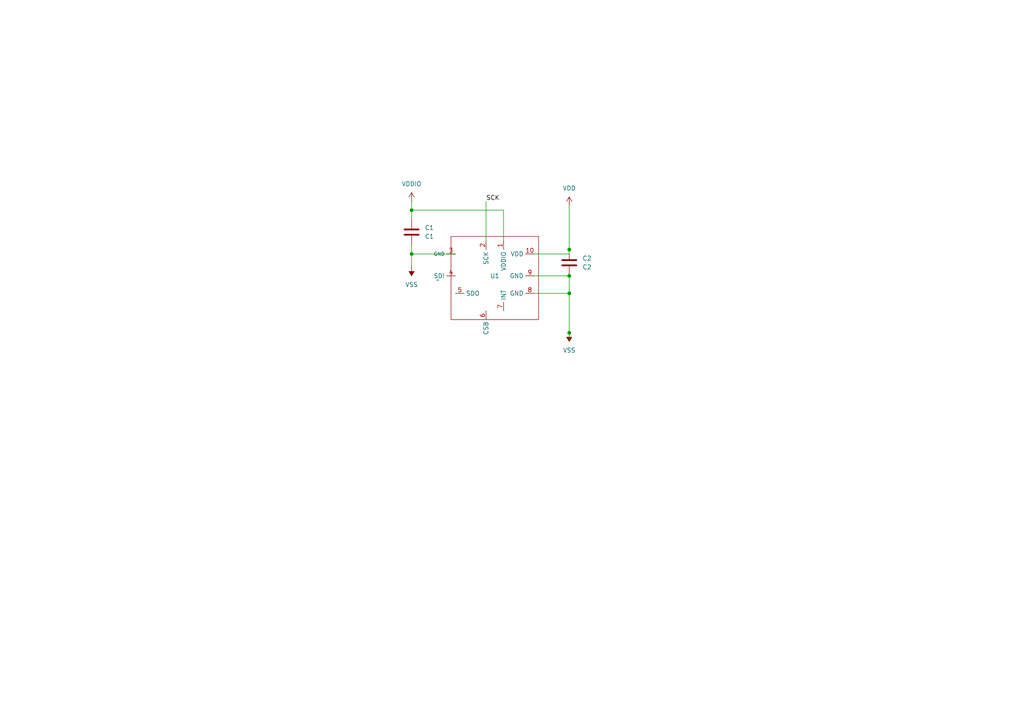
<source format=kicad_sch>
(kicad_sch
	(version 20250114)
	(generator "eeschema")
	(generator_version "9.0")
	(uuid "eb3f92a4-5afa-444f-b503-02e8b3f56bb1")
	(paper "A4")
	(title_block
		(title "BMP 390 Barometric Altimeter")
		(date "2025-11-05")
		(company "Liquid Rocketry at Illinois Airframe Avionics")
		(comment 1 "Designed by: Anthony J. Rodriguez (AE Student)")
	)
	(lib_symbols
		(symbol "BMP390_project:BMP390"
			(exclude_from_sim no)
			(in_bom yes)
			(on_board yes)
			(property "Reference" "U"
				(at 0 0 0)
				(effects
					(font
						(size 1.27 1.27)
					)
				)
			)
			(property "Value" ""
				(at 0 0 0)
				(effects
					(font
						(size 1.27 1.27)
					)
				)
			)
			(property "Footprint" ""
				(at 0 0 0)
				(effects
					(font
						(size 1.27 1.27)
					)
					(hide yes)
				)
			)
			(property "Datasheet" ""
				(at 0 0 0)
				(effects
					(font
						(size 1.27 1.27)
					)
					(hide yes)
				)
			)
			(property "Description" ""
				(at 0 0 0)
				(effects
					(font
						(size 1.27 1.27)
					)
					(hide yes)
				)
			)
			(symbol "BMP390_0_1"
				(rectangle
					(start 12.7 -12.7)
					(end -12.7 11.43)
					(stroke
						(width 0)
						(type default)
					)
					(fill
						(type none)
					)
				)
			)
			(symbol "BMP390_1_1"
				(pin power_in line
					(at -11.43 6.35 180)
					(length 2.54)
					(name "GND"
						(effects
							(font
								(size 1.016 1.016)
							)
						)
					)
					(number "3"
						(effects
							(font
								(size 1.27 1.27)
							)
						)
					)
				)
				(pin input line
					(at -11.43 0 180)
					(length 2.54)
					(name "SDI"
						(effects
							(font
								(size 1.27 1.27)
							)
						)
					)
					(number "4"
						(effects
							(font
								(size 1.27 1.27)
							)
						)
					)
				)
				(pin output line
					(at -11.43 -5.08 0)
					(length 2.54)
					(name "SDO"
						(effects
							(font
								(size 1.27 1.27)
							)
						)
					)
					(number "5"
						(effects
							(font
								(size 1.27 1.27)
							)
						)
					)
				)
				(pin input line
					(at -2.54 10.16 270)
					(length 2.54)
					(name "SCK"
						(effects
							(font
								(size 1.27 1.27)
							)
						)
					)
					(number "2"
						(effects
							(font
								(size 1.27 1.27)
							)
						)
					)
				)
				(pin input line
					(at -2.54 -10.16 270)
					(length 2.54)
					(name "CSB"
						(effects
							(font
								(size 1.27 1.27)
							)
						)
					)
					(number "6"
						(effects
							(font
								(size 1.27 1.27)
							)
						)
					)
				)
				(pin input line
					(at 2.54 10.16 270)
					(length 2.54)
					(name "VDDIO"
						(effects
							(font
								(size 1.27 1.27)
							)
						)
					)
					(number "1"
						(effects
							(font
								(size 1.27 1.27)
							)
						)
					)
				)
				(pin output line
					(at 2.54 -10.16 90)
					(length 2.54)
					(name "INT"
						(effects
							(font
								(size 1.27 1.27)
							)
						)
					)
					(number "7"
						(effects
							(font
								(size 1.27 1.27)
							)
						)
					)
				)
				(pin power_in line
					(at 11.43 6.35 180)
					(length 2.54)
					(name "VDD"
						(effects
							(font
								(size 1.27 1.27)
							)
						)
					)
					(number "10"
						(effects
							(font
								(size 1.27 1.27)
							)
						)
					)
				)
				(pin power_in line
					(at 11.43 0 180)
					(length 2.54)
					(name "GND"
						(effects
							(font
								(size 1.27 1.27)
							)
						)
					)
					(number "9"
						(effects
							(font
								(size 1.27 1.27)
							)
						)
					)
				)
				(pin power_in line
					(at 11.43 -5.08 180)
					(length 2.54)
					(name "GND"
						(effects
							(font
								(size 1.27 1.27)
							)
						)
					)
					(number "8"
						(effects
							(font
								(size 1.27 1.27)
							)
						)
					)
				)
			)
			(embedded_fonts no)
		)
		(symbol "BMP390_project:VDDIO"
			(power)
			(pin_numbers
				(hide yes)
			)
			(pin_names
				(offset 0)
				(hide yes)
			)
			(exclude_from_sim no)
			(in_bom yes)
			(on_board yes)
			(property "Reference" "#PWR"
				(at 0 -3.81 0)
				(effects
					(font
						(size 1.27 1.27)
					)
					(hide yes)
				)
			)
			(property "Value" "VDDIO"
				(at 0 3.556 0)
				(effects
					(font
						(size 1.27 1.27)
					)
				)
			)
			(property "Footprint" ""
				(at 0 0 0)
				(effects
					(font
						(size 1.27 1.27)
					)
					(hide yes)
				)
			)
			(property "Datasheet" ""
				(at 0 0 0)
				(effects
					(font
						(size 1.27 1.27)
					)
					(hide yes)
				)
			)
			(property "Description" "Power symbol creates a global label with name \"+3.3V\""
				(at 0 0 0)
				(effects
					(font
						(size 1.27 1.27)
					)
					(hide yes)
				)
			)
			(property "ki_keywords" "global power"
				(at 0 0 0)
				(effects
					(font
						(size 1.27 1.27)
					)
					(hide yes)
				)
			)
			(symbol "VDDIO_0_1"
				(polyline
					(pts
						(xy -0.762 1.27) (xy 0 2.54)
					)
					(stroke
						(width 0)
						(type default)
					)
					(fill
						(type none)
					)
				)
				(polyline
					(pts
						(xy 0 2.54) (xy 0.762 1.27)
					)
					(stroke
						(width 0)
						(type default)
					)
					(fill
						(type none)
					)
				)
				(polyline
					(pts
						(xy 0 0) (xy 0 2.54)
					)
					(stroke
						(width 0)
						(type default)
					)
					(fill
						(type none)
					)
				)
			)
			(symbol "VDDIO_1_1"
				(pin power_in line
					(at 0 0 90)
					(length 0)
					(name "~"
						(effects
							(font
								(size 1.27 1.27)
							)
						)
					)
					(number "1"
						(effects
							(font
								(size 1.27 1.27)
							)
						)
					)
				)
			)
			(embedded_fonts no)
		)
		(symbol "Device:C"
			(pin_numbers
				(hide yes)
			)
			(pin_names
				(offset 0.254)
			)
			(exclude_from_sim no)
			(in_bom yes)
			(on_board yes)
			(property "Reference" "C"
				(at 0.635 2.54 0)
				(effects
					(font
						(size 1.27 1.27)
					)
					(justify left)
				)
			)
			(property "Value" "C"
				(at 0.635 -2.54 0)
				(effects
					(font
						(size 1.27 1.27)
					)
					(justify left)
				)
			)
			(property "Footprint" ""
				(at 0.9652 -3.81 0)
				(effects
					(font
						(size 1.27 1.27)
					)
					(hide yes)
				)
			)
			(property "Datasheet" "~"
				(at 0 0 0)
				(effects
					(font
						(size 1.27 1.27)
					)
					(hide yes)
				)
			)
			(property "Description" "Unpolarized capacitor"
				(at 0 0 0)
				(effects
					(font
						(size 1.27 1.27)
					)
					(hide yes)
				)
			)
			(property "ki_keywords" "cap capacitor"
				(at 0 0 0)
				(effects
					(font
						(size 1.27 1.27)
					)
					(hide yes)
				)
			)
			(property "ki_fp_filters" "C_*"
				(at 0 0 0)
				(effects
					(font
						(size 1.27 1.27)
					)
					(hide yes)
				)
			)
			(symbol "C_0_1"
				(polyline
					(pts
						(xy -2.032 0.762) (xy 2.032 0.762)
					)
					(stroke
						(width 0.508)
						(type default)
					)
					(fill
						(type none)
					)
				)
				(polyline
					(pts
						(xy -2.032 -0.762) (xy 2.032 -0.762)
					)
					(stroke
						(width 0.508)
						(type default)
					)
					(fill
						(type none)
					)
				)
			)
			(symbol "C_1_1"
				(pin passive line
					(at 0 3.81 270)
					(length 2.794)
					(name "~"
						(effects
							(font
								(size 1.27 1.27)
							)
						)
					)
					(number "1"
						(effects
							(font
								(size 1.27 1.27)
							)
						)
					)
				)
				(pin passive line
					(at 0 -3.81 90)
					(length 2.794)
					(name "~"
						(effects
							(font
								(size 1.27 1.27)
							)
						)
					)
					(number "2"
						(effects
							(font
								(size 1.27 1.27)
							)
						)
					)
				)
			)
			(embedded_fonts no)
		)
		(symbol "power:VDD"
			(power)
			(pin_numbers
				(hide yes)
			)
			(pin_names
				(offset 0)
				(hide yes)
			)
			(exclude_from_sim no)
			(in_bom yes)
			(on_board yes)
			(property "Reference" "#PWR"
				(at 0 -3.81 0)
				(effects
					(font
						(size 1.27 1.27)
					)
					(hide yes)
				)
			)
			(property "Value" "VDD"
				(at 0 3.556 0)
				(effects
					(font
						(size 1.27 1.27)
					)
				)
			)
			(property "Footprint" ""
				(at 0 0 0)
				(effects
					(font
						(size 1.27 1.27)
					)
					(hide yes)
				)
			)
			(property "Datasheet" ""
				(at 0 0 0)
				(effects
					(font
						(size 1.27 1.27)
					)
					(hide yes)
				)
			)
			(property "Description" "Power symbol creates a global label with name \"VDD\""
				(at 0 0 0)
				(effects
					(font
						(size 1.27 1.27)
					)
					(hide yes)
				)
			)
			(property "ki_keywords" "global power"
				(at 0 0 0)
				(effects
					(font
						(size 1.27 1.27)
					)
					(hide yes)
				)
			)
			(symbol "VDD_0_1"
				(polyline
					(pts
						(xy -0.762 1.27) (xy 0 2.54)
					)
					(stroke
						(width 0)
						(type default)
					)
					(fill
						(type none)
					)
				)
				(polyline
					(pts
						(xy 0 2.54) (xy 0.762 1.27)
					)
					(stroke
						(width 0)
						(type default)
					)
					(fill
						(type none)
					)
				)
				(polyline
					(pts
						(xy 0 0) (xy 0 2.54)
					)
					(stroke
						(width 0)
						(type default)
					)
					(fill
						(type none)
					)
				)
			)
			(symbol "VDD_1_1"
				(pin power_in line
					(at 0 0 90)
					(length 0)
					(name "~"
						(effects
							(font
								(size 1.27 1.27)
							)
						)
					)
					(number "1"
						(effects
							(font
								(size 1.27 1.27)
							)
						)
					)
				)
			)
			(embedded_fonts no)
		)
		(symbol "power:VSS"
			(power)
			(pin_numbers
				(hide yes)
			)
			(pin_names
				(offset 0)
				(hide yes)
			)
			(exclude_from_sim no)
			(in_bom yes)
			(on_board yes)
			(property "Reference" "#PWR"
				(at 0 -3.81 0)
				(effects
					(font
						(size 1.27 1.27)
					)
					(hide yes)
				)
			)
			(property "Value" "VSS"
				(at 0 3.556 0)
				(effects
					(font
						(size 1.27 1.27)
					)
				)
			)
			(property "Footprint" ""
				(at 0 0 0)
				(effects
					(font
						(size 1.27 1.27)
					)
					(hide yes)
				)
			)
			(property "Datasheet" ""
				(at 0 0 0)
				(effects
					(font
						(size 1.27 1.27)
					)
					(hide yes)
				)
			)
			(property "Description" "Power symbol creates a global label with name \"VSS\""
				(at 0 0 0)
				(effects
					(font
						(size 1.27 1.27)
					)
					(hide yes)
				)
			)
			(property "ki_keywords" "global power"
				(at 0 0 0)
				(effects
					(font
						(size 1.27 1.27)
					)
					(hide yes)
				)
			)
			(symbol "VSS_0_1"
				(polyline
					(pts
						(xy 0 0) (xy 0 2.54)
					)
					(stroke
						(width 0)
						(type default)
					)
					(fill
						(type none)
					)
				)
				(polyline
					(pts
						(xy 0.762 1.27) (xy -0.762 1.27) (xy 0 2.54) (xy 0.762 1.27)
					)
					(stroke
						(width 0)
						(type default)
					)
					(fill
						(type outline)
					)
				)
			)
			(symbol "VSS_1_1"
				(pin power_in line
					(at 0 0 90)
					(length 0)
					(name "~"
						(effects
							(font
								(size 1.27 1.27)
							)
						)
					)
					(number "1"
						(effects
							(font
								(size 1.27 1.27)
							)
						)
					)
				)
			)
			(embedded_fonts no)
		)
	)
	(junction
		(at 165.1 72.39)
		(diameter 0)
		(color 0 0 0 0)
		(uuid "0cce929a-8bfa-4c84-9347-22eac3167f30")
	)
	(junction
		(at 165.1 80.01)
		(diameter 0)
		(color 0 0 0 0)
		(uuid "5d8958c4-d787-44e5-99f0-bce87eccf5f7")
	)
	(junction
		(at 119.38 60.96)
		(diameter 0)
		(color 0 0 0 0)
		(uuid "6fc77925-e0cb-41e9-8c14-6fde3b4d995c")
	)
	(junction
		(at 165.1 85.09)
		(diameter 0)
		(color 0 0 0 0)
		(uuid "710a0a3a-2dac-4e6d-91d2-0d84a7687378")
	)
	(junction
		(at 119.38 73.66)
		(diameter 0)
		(color 0 0 0 0)
		(uuid "daa4402b-0c63-431d-8553-8ea330235997")
	)
	(junction
		(at 165.1 96.52)
		(diameter 0)
		(color 0 0 0 0)
		(uuid "ec320a93-b28d-4336-a1f7-0945335d7dad")
	)
	(wire
		(pts
			(xy 165.1 85.09) (xy 165.1 96.52)
		)
		(stroke
			(width 0)
			(type default)
		)
		(uuid "02e3420f-6844-4b10-ae76-326a59da65c9")
	)
	(wire
		(pts
			(xy 154.94 80.01) (xy 165.1 80.01)
		)
		(stroke
			(width 0)
			(type default)
		)
		(uuid "0e1c303d-673d-4c25-8afa-e91fe26f3e77")
	)
	(wire
		(pts
			(xy 140.97 58.42) (xy 140.97 69.85)
		)
		(stroke
			(width 0)
			(type default)
		)
		(uuid "27f79544-0b62-4e9e-b297-d036402055e1")
	)
	(wire
		(pts
			(xy 119.38 73.66) (xy 119.38 77.47)
		)
		(stroke
			(width 0)
			(type default)
		)
		(uuid "31e00990-9fe1-44d3-bc92-df73df2b4561")
	)
	(wire
		(pts
			(xy 165.1 80.01) (xy 165.1 85.09)
		)
		(stroke
			(width 0)
			(type default)
		)
		(uuid "3dcb1e91-df7e-46f4-9f6f-a6f731493c60")
	)
	(wire
		(pts
			(xy 165.1 96.52) (xy 165.1 99.06)
		)
		(stroke
			(width 0)
			(type default)
		)
		(uuid "674172ed-0bd8-4102-a434-27d86842bcb6")
	)
	(wire
		(pts
			(xy 119.38 73.66) (xy 119.38 71.12)
		)
		(stroke
			(width 0)
			(type default)
		)
		(uuid "68299d24-0464-4870-a5f2-5c60134ee4b8")
	)
	(wire
		(pts
			(xy 154.94 73.66) (xy 165.1 73.66)
		)
		(stroke
			(width 0)
			(type default)
		)
		(uuid "6ee61393-3594-492f-8d0d-444e2df0eac8")
	)
	(wire
		(pts
			(xy 132.08 73.66) (xy 119.38 73.66)
		)
		(stroke
			(width 0)
			(type default)
		)
		(uuid "9f86f68a-51f6-4315-a552-7659ca120045")
	)
	(wire
		(pts
			(xy 146.05 60.96) (xy 119.38 60.96)
		)
		(stroke
			(width 0)
			(type default)
		)
		(uuid "a7c672bf-8e14-4d50-ac71-96205968e0f1")
	)
	(wire
		(pts
			(xy 146.05 69.85) (xy 146.05 60.96)
		)
		(stroke
			(width 0)
			(type default)
		)
		(uuid "a9663e86-d28b-4632-b92c-eb406810a5bc")
	)
	(wire
		(pts
			(xy 165.1 73.66) (xy 165.1 72.39)
		)
		(stroke
			(width 0)
			(type default)
		)
		(uuid "b480e09f-fe2b-4ab3-a934-13d8ea4bd9d7")
	)
	(wire
		(pts
			(xy 119.38 58.42) (xy 119.38 60.96)
		)
		(stroke
			(width 0)
			(type default)
		)
		(uuid "c751a26f-02a6-4d4b-b6b1-d0504c29a2b0")
	)
	(wire
		(pts
			(xy 119.38 60.96) (xy 119.38 63.5)
		)
		(stroke
			(width 0)
			(type default)
		)
		(uuid "ef3d092c-5f7e-4208-99d7-20747f088c95")
	)
	(wire
		(pts
			(xy 154.94 85.09) (xy 165.1 85.09)
		)
		(stroke
			(width 0)
			(type default)
		)
		(uuid "f27301bf-1c22-4544-845a-94973db803a9")
	)
	(wire
		(pts
			(xy 165.1 72.39) (xy 165.1 59.69)
		)
		(stroke
			(width 0)
			(type default)
		)
		(uuid "f5e5616f-7813-4567-92fa-c148c434a46f")
	)
	(label "SCK"
		(at 140.97 58.42 0)
		(effects
			(font
				(size 1.27 1.27)
			)
			(justify left bottom)
		)
		(uuid "7988bec1-03ba-4d90-b6f5-3672683891ca")
	)
	(symbol
		(lib_id "power:VDD")
		(at 165.1 59.69 0)
		(unit 1)
		(exclude_from_sim no)
		(in_bom yes)
		(on_board yes)
		(dnp no)
		(fields_autoplaced yes)
		(uuid "2d6e2afb-0850-4a29-866f-d60f36a8b05f")
		(property "Reference" "#PWR01"
			(at 165.1 63.5 0)
			(effects
				(font
					(size 1.27 1.27)
				)
				(hide yes)
			)
		)
		(property "Value" "VDD"
			(at 165.1 54.61 0)
			(effects
				(font
					(size 1.27 1.27)
				)
			)
		)
		(property "Footprint" ""
			(at 165.1 59.69 0)
			(effects
				(font
					(size 1.27 1.27)
				)
				(hide yes)
			)
		)
		(property "Datasheet" ""
			(at 165.1 59.69 0)
			(effects
				(font
					(size 1.27 1.27)
				)
				(hide yes)
			)
		)
		(property "Description" "Power symbol creates a global label with name \"VDD\""
			(at 165.1 59.69 0)
			(effects
				(font
					(size 1.27 1.27)
				)
				(hide yes)
			)
		)
		(pin "1"
			(uuid "85c520b4-9879-4ce6-8fbb-6e6082465d52")
		)
		(instances
			(project ""
				(path "/eb3f92a4-5afa-444f-b503-02e8b3f56bb1"
					(reference "#PWR01")
					(unit 1)
				)
			)
		)
	)
	(symbol
		(lib_id "Device:C")
		(at 119.38 67.31 0)
		(unit 1)
		(exclude_from_sim no)
		(in_bom yes)
		(on_board yes)
		(dnp no)
		(fields_autoplaced yes)
		(uuid "7ac3944d-544a-40d0-9242-3e4c04be4c32")
		(property "Reference" "C1"
			(at 123.19 66.0399 0)
			(effects
				(font
					(size 1.27 1.27)
				)
				(justify left)
			)
		)
		(property "Value" "C1"
			(at 123.19 68.5799 0)
			(effects
				(font
					(size 1.27 1.27)
				)
				(justify left)
			)
		)
		(property "Footprint" ""
			(at 120.3452 71.12 0)
			(effects
				(font
					(size 1.27 1.27)
				)
				(hide yes)
			)
		)
		(property "Datasheet" "~"
			(at 119.38 67.31 0)
			(effects
				(font
					(size 1.27 1.27)
				)
				(hide yes)
			)
		)
		(property "Description" "Unpolarized capacitor"
			(at 119.38 67.31 0)
			(effects
				(font
					(size 1.27 1.27)
				)
				(hide yes)
			)
		)
		(pin "1"
			(uuid "c4ebf14f-ee90-4d8d-a282-6cd9cecf8afa")
		)
		(pin "2"
			(uuid "b582ea83-8a69-40ac-9e64-43ec9a8e49ff")
		)
		(instances
			(project ""
				(path "/eb3f92a4-5afa-444f-b503-02e8b3f56bb1"
					(reference "C1")
					(unit 1)
				)
			)
		)
	)
	(symbol
		(lib_id "BMP390_project:BMP390")
		(at 143.51 80.01 0)
		(unit 1)
		(exclude_from_sim no)
		(in_bom yes)
		(on_board yes)
		(dnp no)
		(uuid "a5aec9fe-9d80-4722-bb4a-11e70e752ec6")
		(property "Reference" "U1"
			(at 143.51 80.01 0)
			(effects
				(font
					(size 1.27 1.27)
				)
			)
		)
		(property "Value" "~"
			(at 127 81.2098 0)
			(effects
				(font
					(size 1.27 1.27)
				)
			)
		)
		(property "Footprint" ""
			(at 143.51 80.01 0)
			(effects
				(font
					(size 1.27 1.27)
				)
				(hide yes)
			)
		)
		(property "Datasheet" ""
			(at 143.51 80.01 0)
			(effects
				(font
					(size 1.27 1.27)
				)
				(hide yes)
			)
		)
		(property "Description" ""
			(at 143.51 80.01 0)
			(effects
				(font
					(size 1.27 1.27)
				)
				(hide yes)
			)
		)
		(pin "2"
			(uuid "6a3eb7d2-3212-4914-90ea-f7ed99ce8ffe")
		)
		(pin "3"
			(uuid "953a92ce-c75b-4b84-9c44-49b4525ef959")
		)
		(pin "7"
			(uuid "ffbe96d9-4368-4043-b2e6-63caa249b22f")
		)
		(pin "1"
			(uuid "6398f40c-ae1b-4c05-adde-a90ffba2d016")
		)
		(pin "4"
			(uuid "97642cbe-dcf2-44dd-b57a-73c69bf9dc29")
		)
		(pin "6"
			(uuid "ce3a488c-5a52-4afb-be69-0592bdcf7399")
		)
		(pin "8"
			(uuid "9588a305-3207-4ab9-a71a-75e1fe0d25c1")
		)
		(pin "9"
			(uuid "ca3d34ed-993b-4f01-b7c4-e2c0ec4cf704")
		)
		(pin "5"
			(uuid "d36e86dd-ddac-49ed-9457-d3e6980b7f7c")
		)
		(pin "10"
			(uuid "f8bf6571-2341-4392-913c-1fa7056cbc1b")
		)
		(instances
			(project ""
				(path "/eb3f92a4-5afa-444f-b503-02e8b3f56bb1"
					(reference "U1")
					(unit 1)
				)
			)
		)
	)
	(symbol
		(lib_id "power:VSS")
		(at 119.38 77.47 180)
		(unit 1)
		(exclude_from_sim no)
		(in_bom yes)
		(on_board yes)
		(dnp no)
		(fields_autoplaced yes)
		(uuid "d1abd374-da15-413a-b1d1-0a018e3a7efa")
		(property "Reference" "#PWR03"
			(at 119.38 73.66 0)
			(effects
				(font
					(size 1.27 1.27)
				)
				(hide yes)
			)
		)
		(property "Value" "VSS"
			(at 119.38 82.55 0)
			(effects
				(font
					(size 1.27 1.27)
				)
			)
		)
		(property "Footprint" ""
			(at 119.38 77.47 0)
			(effects
				(font
					(size 1.27 1.27)
				)
				(hide yes)
			)
		)
		(property "Datasheet" ""
			(at 119.38 77.47 0)
			(effects
				(font
					(size 1.27 1.27)
				)
				(hide yes)
			)
		)
		(property "Description" "Power symbol creates a global label with name \"VSS\""
			(at 119.38 77.47 0)
			(effects
				(font
					(size 1.27 1.27)
				)
				(hide yes)
			)
		)
		(pin "1"
			(uuid "97bb8718-c2d8-4133-9bfe-2e4a834833ab")
		)
		(instances
			(project ""
				(path "/eb3f92a4-5afa-444f-b503-02e8b3f56bb1"
					(reference "#PWR03")
					(unit 1)
				)
			)
		)
	)
	(symbol
		(lib_id "BMP390_project:VDDIO")
		(at 119.38 58.42 0)
		(unit 1)
		(exclude_from_sim no)
		(in_bom yes)
		(on_board yes)
		(dnp no)
		(fields_autoplaced yes)
		(uuid "d250a01e-301f-4d95-b804-42b80c52c955")
		(property "Reference" "#PWR04"
			(at 119.38 62.23 0)
			(effects
				(font
					(size 1.27 1.27)
				)
				(hide yes)
			)
		)
		(property "Value" "VDDIO"
			(at 119.38 53.34 0)
			(effects
				(font
					(size 1.27 1.27)
				)
			)
		)
		(property "Footprint" ""
			(at 119.38 58.42 0)
			(effects
				(font
					(size 1.27 1.27)
				)
				(hide yes)
			)
		)
		(property "Datasheet" ""
			(at 119.38 58.42 0)
			(effects
				(font
					(size 1.27 1.27)
				)
				(hide yes)
			)
		)
		(property "Description" "Power symbol creates a global label with name \"+3.3V\""
			(at 119.38 58.42 0)
			(effects
				(font
					(size 1.27 1.27)
				)
				(hide yes)
			)
		)
		(pin "1"
			(uuid "c9ca3d24-dbfa-4e29-855b-7fad11580fd1")
		)
		(instances
			(project ""
				(path "/eb3f92a4-5afa-444f-b503-02e8b3f56bb1"
					(reference "#PWR04")
					(unit 1)
				)
			)
		)
	)
	(symbol
		(lib_id "Device:C")
		(at 165.1 76.2 0)
		(unit 1)
		(exclude_from_sim no)
		(in_bom yes)
		(on_board yes)
		(dnp no)
		(fields_autoplaced yes)
		(uuid "f0966458-30e7-46c8-8d86-990636479df9")
		(property "Reference" "C2"
			(at 168.91 74.9299 0)
			(effects
				(font
					(size 1.27 1.27)
				)
				(justify left)
			)
		)
		(property "Value" "C2"
			(at 168.91 77.4699 0)
			(effects
				(font
					(size 1.27 1.27)
				)
				(justify left)
			)
		)
		(property "Footprint" ""
			(at 166.0652 80.01 0)
			(effects
				(font
					(size 1.27 1.27)
				)
				(hide yes)
			)
		)
		(property "Datasheet" "~"
			(at 165.1 76.2 0)
			(effects
				(font
					(size 1.27 1.27)
				)
				(hide yes)
			)
		)
		(property "Description" "Unpolarized capacitor"
			(at 165.1 76.2 0)
			(effects
				(font
					(size 1.27 1.27)
				)
				(hide yes)
			)
		)
		(pin "1"
			(uuid "7218bfc7-bae5-4e0d-951b-911b2085bd8c")
		)
		(pin "2"
			(uuid "44d9de4b-0abf-4679-a22d-c007857e3c6d")
		)
		(instances
			(project ""
				(path "/eb3f92a4-5afa-444f-b503-02e8b3f56bb1"
					(reference "C2")
					(unit 1)
				)
			)
		)
	)
	(symbol
		(lib_id "power:VSS")
		(at 165.1 96.52 180)
		(unit 1)
		(exclude_from_sim no)
		(in_bom yes)
		(on_board yes)
		(dnp no)
		(fields_autoplaced yes)
		(uuid "fc94ee4a-08a5-4028-a2e2-1541eb5ee94d")
		(property "Reference" "#PWR02"
			(at 165.1 92.71 0)
			(effects
				(font
					(size 1.27 1.27)
				)
				(hide yes)
			)
		)
		(property "Value" "VSS"
			(at 165.1 101.6 0)
			(effects
				(font
					(size 1.27 1.27)
				)
			)
		)
		(property "Footprint" ""
			(at 165.1 96.52 0)
			(effects
				(font
					(size 1.27 1.27)
				)
				(hide yes)
			)
		)
		(property "Datasheet" ""
			(at 165.1 96.52 0)
			(effects
				(font
					(size 1.27 1.27)
				)
				(hide yes)
			)
		)
		(property "Description" "Power symbol creates a global label with name \"VSS\""
			(at 165.1 96.52 0)
			(effects
				(font
					(size 1.27 1.27)
				)
				(hide yes)
			)
		)
		(pin "1"
			(uuid "3e183f9d-6940-482e-8633-386314669dc7")
		)
		(instances
			(project ""
				(path "/eb3f92a4-5afa-444f-b503-02e8b3f56bb1"
					(reference "#PWR02")
					(unit 1)
				)
			)
		)
	)
	(sheet_instances
		(path "/"
			(page "1")
		)
	)
	(embedded_fonts no)
)

</source>
